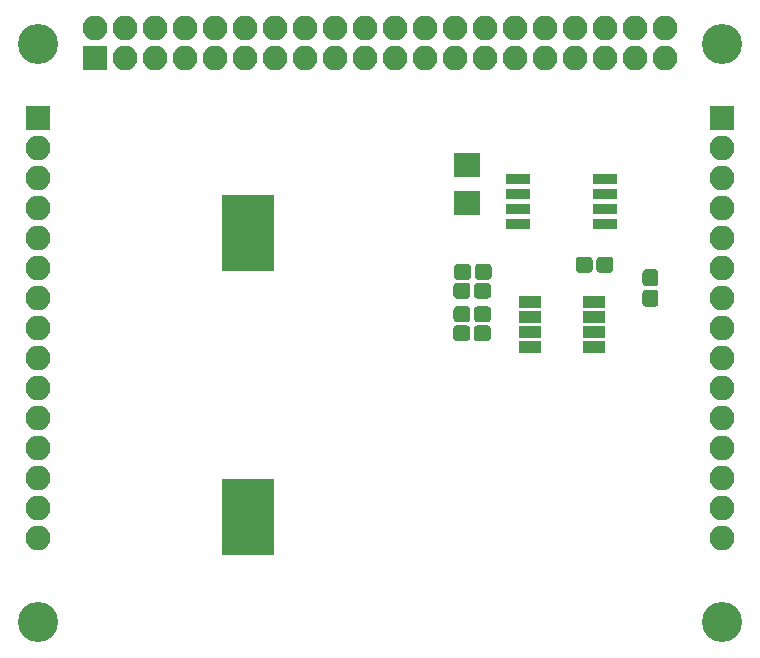
<source format=gbr>
G04 #@! TF.GenerationSoftware,KiCad,Pcbnew,(5.0.0-3-g5ebb6b6)*
G04 #@! TF.CreationDate,2019-05-19T23:31:11+02:00*
G04 #@! TF.ProjectId,RTC Board,52544320426F6172642E6B696361645F,rev?*
G04 #@! TF.SameCoordinates,Original*
G04 #@! TF.FileFunction,Soldermask,Top*
G04 #@! TF.FilePolarity,Negative*
%FSLAX46Y46*%
G04 Gerber Fmt 4.6, Leading zero omitted, Abs format (unit mm)*
G04 Created by KiCad (PCBNEW (5.0.0-3-g5ebb6b6)) date Sunday, 19 May 2019 at 23:31:11*
%MOMM*%
%LPD*%
G01*
G04 APERTURE LIST*
%ADD10C,3.400000*%
%ADD11R,2.100000X2.100000*%
%ADD12O,2.100000X2.100000*%
%ADD13C,0.100000*%
%ADD14C,1.350000*%
%ADD15R,2.150000X0.950000*%
%ADD16R,1.950000X1.000000*%
%ADD17R,2.200000X2.150000*%
%ADD18R,4.400000X6.400000*%
G04 APERTURE END LIST*
D10*
G04 #@! TO.C,REF\002A\002A*
X148100000Y-109950000D03*
G04 #@! TD*
G04 #@! TO.C,REF\002A\002A*
X90175000Y-109975000D03*
G04 #@! TD*
G04 #@! TO.C,REF\002A\002A*
X90175000Y-60975000D03*
G04 #@! TD*
D11*
G04 #@! TO.C,J6*
X94996000Y-62230000D03*
D12*
X94996000Y-59690000D03*
X97536000Y-62230000D03*
X97536000Y-59690000D03*
X100076000Y-62230000D03*
X100076000Y-59690000D03*
X102616000Y-62230000D03*
X102616000Y-59690000D03*
X105156000Y-62230000D03*
X105156000Y-59690000D03*
X107696000Y-62230000D03*
X107696000Y-59690000D03*
X110236000Y-62230000D03*
X110236000Y-59690000D03*
X112776000Y-62230000D03*
X112776000Y-59690000D03*
X115316000Y-62230000D03*
X115316000Y-59690000D03*
X117856000Y-62230000D03*
X117856000Y-59690000D03*
X120396000Y-62230000D03*
X120396000Y-59690000D03*
X122936000Y-62230000D03*
X122936000Y-59690000D03*
X125476000Y-62230000D03*
X125476000Y-59690000D03*
X128016000Y-62230000D03*
X128016000Y-59690000D03*
X130556000Y-62230000D03*
X130556000Y-59690000D03*
X133096000Y-62230000D03*
X133096000Y-59690000D03*
X135636000Y-62230000D03*
X135636000Y-59690000D03*
X138176000Y-62230000D03*
X138176000Y-59690000D03*
X140716000Y-62230000D03*
X140716000Y-59690000D03*
X143256000Y-62230000D03*
X143256000Y-59690000D03*
G04 #@! TD*
G04 #@! TO.C,J1*
X148082000Y-102870000D03*
X148082000Y-100330000D03*
X148082000Y-97790000D03*
X148082000Y-95250000D03*
X148082000Y-92710000D03*
X148082000Y-90170000D03*
X148082000Y-87630000D03*
X148082000Y-85090000D03*
X148082000Y-82550000D03*
X148082000Y-80010000D03*
X148082000Y-77470000D03*
X148082000Y-74930000D03*
X148082000Y-72390000D03*
X148082000Y-69850000D03*
D11*
X148082000Y-67310000D03*
G04 #@! TD*
G04 #@! TO.C,J7*
X90170000Y-67310000D03*
D12*
X90170000Y-69850000D03*
X90170000Y-72390000D03*
X90170000Y-74930000D03*
X90170000Y-77470000D03*
X90170000Y-80010000D03*
X90170000Y-82550000D03*
X90170000Y-85090000D03*
X90170000Y-87630000D03*
X90170000Y-90170000D03*
X90170000Y-92710000D03*
X90170000Y-95250000D03*
X90170000Y-97790000D03*
X90170000Y-100330000D03*
X90170000Y-102870000D03*
G04 #@! TD*
D13*
G04 #@! TO.C,R1*
G36*
X136820581Y-79026625D02*
X136853343Y-79031485D01*
X136885471Y-79039533D01*
X136916656Y-79050691D01*
X136946596Y-79064852D01*
X136975005Y-79081879D01*
X137001608Y-79101609D01*
X137026149Y-79123851D01*
X137048391Y-79148392D01*
X137068121Y-79174995D01*
X137085148Y-79203404D01*
X137099309Y-79233344D01*
X137110467Y-79264529D01*
X137118515Y-79296657D01*
X137123375Y-79329419D01*
X137125000Y-79362500D01*
X137125000Y-80037500D01*
X137123375Y-80070581D01*
X137118515Y-80103343D01*
X137110467Y-80135471D01*
X137099309Y-80166656D01*
X137085148Y-80196596D01*
X137068121Y-80225005D01*
X137048391Y-80251608D01*
X137026149Y-80276149D01*
X137001608Y-80298391D01*
X136975005Y-80318121D01*
X136946596Y-80335148D01*
X136916656Y-80349309D01*
X136885471Y-80360467D01*
X136853343Y-80368515D01*
X136820581Y-80373375D01*
X136787500Y-80375000D01*
X136012500Y-80375000D01*
X135979419Y-80373375D01*
X135946657Y-80368515D01*
X135914529Y-80360467D01*
X135883344Y-80349309D01*
X135853404Y-80335148D01*
X135824995Y-80318121D01*
X135798392Y-80298391D01*
X135773851Y-80276149D01*
X135751609Y-80251608D01*
X135731879Y-80225005D01*
X135714852Y-80196596D01*
X135700691Y-80166656D01*
X135689533Y-80135471D01*
X135681485Y-80103343D01*
X135676625Y-80070581D01*
X135675000Y-80037500D01*
X135675000Y-79362500D01*
X135676625Y-79329419D01*
X135681485Y-79296657D01*
X135689533Y-79264529D01*
X135700691Y-79233344D01*
X135714852Y-79203404D01*
X135731879Y-79174995D01*
X135751609Y-79148392D01*
X135773851Y-79123851D01*
X135798392Y-79101609D01*
X135824995Y-79081879D01*
X135853404Y-79064852D01*
X135883344Y-79050691D01*
X135914529Y-79039533D01*
X135946657Y-79031485D01*
X135979419Y-79026625D01*
X136012500Y-79025000D01*
X136787500Y-79025000D01*
X136820581Y-79026625D01*
X136820581Y-79026625D01*
G37*
D14*
X136400000Y-79700000D03*
D13*
G36*
X138570581Y-79026625D02*
X138603343Y-79031485D01*
X138635471Y-79039533D01*
X138666656Y-79050691D01*
X138696596Y-79064852D01*
X138725005Y-79081879D01*
X138751608Y-79101609D01*
X138776149Y-79123851D01*
X138798391Y-79148392D01*
X138818121Y-79174995D01*
X138835148Y-79203404D01*
X138849309Y-79233344D01*
X138860467Y-79264529D01*
X138868515Y-79296657D01*
X138873375Y-79329419D01*
X138875000Y-79362500D01*
X138875000Y-80037500D01*
X138873375Y-80070581D01*
X138868515Y-80103343D01*
X138860467Y-80135471D01*
X138849309Y-80166656D01*
X138835148Y-80196596D01*
X138818121Y-80225005D01*
X138798391Y-80251608D01*
X138776149Y-80276149D01*
X138751608Y-80298391D01*
X138725005Y-80318121D01*
X138696596Y-80335148D01*
X138666656Y-80349309D01*
X138635471Y-80360467D01*
X138603343Y-80368515D01*
X138570581Y-80373375D01*
X138537500Y-80375000D01*
X137762500Y-80375000D01*
X137729419Y-80373375D01*
X137696657Y-80368515D01*
X137664529Y-80360467D01*
X137633344Y-80349309D01*
X137603404Y-80335148D01*
X137574995Y-80318121D01*
X137548392Y-80298391D01*
X137523851Y-80276149D01*
X137501609Y-80251608D01*
X137481879Y-80225005D01*
X137464852Y-80196596D01*
X137450691Y-80166656D01*
X137439533Y-80135471D01*
X137431485Y-80103343D01*
X137426625Y-80070581D01*
X137425000Y-80037500D01*
X137425000Y-79362500D01*
X137426625Y-79329419D01*
X137431485Y-79296657D01*
X137439533Y-79264529D01*
X137450691Y-79233344D01*
X137464852Y-79203404D01*
X137481879Y-79174995D01*
X137501609Y-79148392D01*
X137523851Y-79123851D01*
X137548392Y-79101609D01*
X137574995Y-79081879D01*
X137603404Y-79064852D01*
X137633344Y-79050691D01*
X137664529Y-79039533D01*
X137696657Y-79031485D01*
X137729419Y-79026625D01*
X137762500Y-79025000D01*
X138537500Y-79025000D01*
X138570581Y-79026625D01*
X138570581Y-79026625D01*
G37*
D14*
X138150000Y-79700000D03*
G04 #@! TD*
D13*
G04 #@! TO.C,R2*
G36*
X142381981Y-80074025D02*
X142414743Y-80078885D01*
X142446871Y-80086933D01*
X142478056Y-80098091D01*
X142507996Y-80112252D01*
X142536405Y-80129279D01*
X142563008Y-80149009D01*
X142587549Y-80171251D01*
X142609791Y-80195792D01*
X142629521Y-80222395D01*
X142646548Y-80250804D01*
X142660709Y-80280744D01*
X142671867Y-80311929D01*
X142679915Y-80344057D01*
X142684775Y-80376819D01*
X142686400Y-80409900D01*
X142686400Y-81184900D01*
X142684775Y-81217981D01*
X142679915Y-81250743D01*
X142671867Y-81282871D01*
X142660709Y-81314056D01*
X142646548Y-81343996D01*
X142629521Y-81372405D01*
X142609791Y-81399008D01*
X142587549Y-81423549D01*
X142563008Y-81445791D01*
X142536405Y-81465521D01*
X142507996Y-81482548D01*
X142478056Y-81496709D01*
X142446871Y-81507867D01*
X142414743Y-81515915D01*
X142381981Y-81520775D01*
X142348900Y-81522400D01*
X141673900Y-81522400D01*
X141640819Y-81520775D01*
X141608057Y-81515915D01*
X141575929Y-81507867D01*
X141544744Y-81496709D01*
X141514804Y-81482548D01*
X141486395Y-81465521D01*
X141459792Y-81445791D01*
X141435251Y-81423549D01*
X141413009Y-81399008D01*
X141393279Y-81372405D01*
X141376252Y-81343996D01*
X141362091Y-81314056D01*
X141350933Y-81282871D01*
X141342885Y-81250743D01*
X141338025Y-81217981D01*
X141336400Y-81184900D01*
X141336400Y-80409900D01*
X141338025Y-80376819D01*
X141342885Y-80344057D01*
X141350933Y-80311929D01*
X141362091Y-80280744D01*
X141376252Y-80250804D01*
X141393279Y-80222395D01*
X141413009Y-80195792D01*
X141435251Y-80171251D01*
X141459792Y-80149009D01*
X141486395Y-80129279D01*
X141514804Y-80112252D01*
X141544744Y-80098091D01*
X141575929Y-80086933D01*
X141608057Y-80078885D01*
X141640819Y-80074025D01*
X141673900Y-80072400D01*
X142348900Y-80072400D01*
X142381981Y-80074025D01*
X142381981Y-80074025D01*
G37*
D14*
X142011400Y-80797400D03*
D13*
G36*
X142381981Y-81824025D02*
X142414743Y-81828885D01*
X142446871Y-81836933D01*
X142478056Y-81848091D01*
X142507996Y-81862252D01*
X142536405Y-81879279D01*
X142563008Y-81899009D01*
X142587549Y-81921251D01*
X142609791Y-81945792D01*
X142629521Y-81972395D01*
X142646548Y-82000804D01*
X142660709Y-82030744D01*
X142671867Y-82061929D01*
X142679915Y-82094057D01*
X142684775Y-82126819D01*
X142686400Y-82159900D01*
X142686400Y-82934900D01*
X142684775Y-82967981D01*
X142679915Y-83000743D01*
X142671867Y-83032871D01*
X142660709Y-83064056D01*
X142646548Y-83093996D01*
X142629521Y-83122405D01*
X142609791Y-83149008D01*
X142587549Y-83173549D01*
X142563008Y-83195791D01*
X142536405Y-83215521D01*
X142507996Y-83232548D01*
X142478056Y-83246709D01*
X142446871Y-83257867D01*
X142414743Y-83265915D01*
X142381981Y-83270775D01*
X142348900Y-83272400D01*
X141673900Y-83272400D01*
X141640819Y-83270775D01*
X141608057Y-83265915D01*
X141575929Y-83257867D01*
X141544744Y-83246709D01*
X141514804Y-83232548D01*
X141486395Y-83215521D01*
X141459792Y-83195791D01*
X141435251Y-83173549D01*
X141413009Y-83149008D01*
X141393279Y-83122405D01*
X141376252Y-83093996D01*
X141362091Y-83064056D01*
X141350933Y-83032871D01*
X141342885Y-83000743D01*
X141338025Y-82967981D01*
X141336400Y-82934900D01*
X141336400Y-82159900D01*
X141338025Y-82126819D01*
X141342885Y-82094057D01*
X141350933Y-82061929D01*
X141362091Y-82030744D01*
X141376252Y-82000804D01*
X141393279Y-81972395D01*
X141413009Y-81945792D01*
X141435251Y-81921251D01*
X141459792Y-81899009D01*
X141486395Y-81879279D01*
X141514804Y-81862252D01*
X141544744Y-81848091D01*
X141575929Y-81836933D01*
X141608057Y-81828885D01*
X141640819Y-81824025D01*
X141673900Y-81822400D01*
X142348900Y-81822400D01*
X142381981Y-81824025D01*
X142381981Y-81824025D01*
G37*
D14*
X142011400Y-82547400D03*
G04 #@! TD*
D15*
G04 #@! TO.C,U1*
X130793000Y-72440800D03*
X130793000Y-73710800D03*
X130793000Y-74980800D03*
X130793000Y-76250800D03*
X138193000Y-76250800D03*
X138193000Y-74980800D03*
X138193000Y-73710800D03*
X138193000Y-72440800D03*
G04 #@! TD*
D16*
G04 #@! TO.C,U2*
X131826000Y-82880200D03*
X131826000Y-84150200D03*
X131826000Y-85420200D03*
X131826000Y-86690200D03*
X137226000Y-86690200D03*
X137226000Y-85420200D03*
X137226000Y-84150200D03*
X137226000Y-82880200D03*
G04 #@! TD*
D17*
G04 #@! TO.C,Y1*
X126500000Y-71250000D03*
X126500000Y-74500000D03*
G04 #@! TD*
D18*
G04 #@! TO.C,BT1*
X107910000Y-101060000D03*
X107910000Y-77060000D03*
G04 #@! TD*
D13*
G04 #@! TO.C,R3*
G36*
X128195581Y-84826625D02*
X128228343Y-84831485D01*
X128260471Y-84839533D01*
X128291656Y-84850691D01*
X128321596Y-84864852D01*
X128350005Y-84881879D01*
X128376608Y-84901609D01*
X128401149Y-84923851D01*
X128423391Y-84948392D01*
X128443121Y-84974995D01*
X128460148Y-85003404D01*
X128474309Y-85033344D01*
X128485467Y-85064529D01*
X128493515Y-85096657D01*
X128498375Y-85129419D01*
X128500000Y-85162500D01*
X128500000Y-85837500D01*
X128498375Y-85870581D01*
X128493515Y-85903343D01*
X128485467Y-85935471D01*
X128474309Y-85966656D01*
X128460148Y-85996596D01*
X128443121Y-86025005D01*
X128423391Y-86051608D01*
X128401149Y-86076149D01*
X128376608Y-86098391D01*
X128350005Y-86118121D01*
X128321596Y-86135148D01*
X128291656Y-86149309D01*
X128260471Y-86160467D01*
X128228343Y-86168515D01*
X128195581Y-86173375D01*
X128162500Y-86175000D01*
X127387500Y-86175000D01*
X127354419Y-86173375D01*
X127321657Y-86168515D01*
X127289529Y-86160467D01*
X127258344Y-86149309D01*
X127228404Y-86135148D01*
X127199995Y-86118121D01*
X127173392Y-86098391D01*
X127148851Y-86076149D01*
X127126609Y-86051608D01*
X127106879Y-86025005D01*
X127089852Y-85996596D01*
X127075691Y-85966656D01*
X127064533Y-85935471D01*
X127056485Y-85903343D01*
X127051625Y-85870581D01*
X127050000Y-85837500D01*
X127050000Y-85162500D01*
X127051625Y-85129419D01*
X127056485Y-85096657D01*
X127064533Y-85064529D01*
X127075691Y-85033344D01*
X127089852Y-85003404D01*
X127106879Y-84974995D01*
X127126609Y-84948392D01*
X127148851Y-84923851D01*
X127173392Y-84901609D01*
X127199995Y-84881879D01*
X127228404Y-84864852D01*
X127258344Y-84850691D01*
X127289529Y-84839533D01*
X127321657Y-84831485D01*
X127354419Y-84826625D01*
X127387500Y-84825000D01*
X128162500Y-84825000D01*
X128195581Y-84826625D01*
X128195581Y-84826625D01*
G37*
D14*
X127775000Y-85500000D03*
D13*
G36*
X126445581Y-84826625D02*
X126478343Y-84831485D01*
X126510471Y-84839533D01*
X126541656Y-84850691D01*
X126571596Y-84864852D01*
X126600005Y-84881879D01*
X126626608Y-84901609D01*
X126651149Y-84923851D01*
X126673391Y-84948392D01*
X126693121Y-84974995D01*
X126710148Y-85003404D01*
X126724309Y-85033344D01*
X126735467Y-85064529D01*
X126743515Y-85096657D01*
X126748375Y-85129419D01*
X126750000Y-85162500D01*
X126750000Y-85837500D01*
X126748375Y-85870581D01*
X126743515Y-85903343D01*
X126735467Y-85935471D01*
X126724309Y-85966656D01*
X126710148Y-85996596D01*
X126693121Y-86025005D01*
X126673391Y-86051608D01*
X126651149Y-86076149D01*
X126626608Y-86098391D01*
X126600005Y-86118121D01*
X126571596Y-86135148D01*
X126541656Y-86149309D01*
X126510471Y-86160467D01*
X126478343Y-86168515D01*
X126445581Y-86173375D01*
X126412500Y-86175000D01*
X125637500Y-86175000D01*
X125604419Y-86173375D01*
X125571657Y-86168515D01*
X125539529Y-86160467D01*
X125508344Y-86149309D01*
X125478404Y-86135148D01*
X125449995Y-86118121D01*
X125423392Y-86098391D01*
X125398851Y-86076149D01*
X125376609Y-86051608D01*
X125356879Y-86025005D01*
X125339852Y-85996596D01*
X125325691Y-85966656D01*
X125314533Y-85935471D01*
X125306485Y-85903343D01*
X125301625Y-85870581D01*
X125300000Y-85837500D01*
X125300000Y-85162500D01*
X125301625Y-85129419D01*
X125306485Y-85096657D01*
X125314533Y-85064529D01*
X125325691Y-85033344D01*
X125339852Y-85003404D01*
X125356879Y-84974995D01*
X125376609Y-84948392D01*
X125398851Y-84923851D01*
X125423392Y-84901609D01*
X125449995Y-84881879D01*
X125478404Y-84864852D01*
X125508344Y-84850691D01*
X125539529Y-84839533D01*
X125571657Y-84831485D01*
X125604419Y-84826625D01*
X125637500Y-84825000D01*
X126412500Y-84825000D01*
X126445581Y-84826625D01*
X126445581Y-84826625D01*
G37*
D14*
X126025000Y-85500000D03*
G04 #@! TD*
D13*
G04 #@! TO.C,R4*
G36*
X126470581Y-83226625D02*
X126503343Y-83231485D01*
X126535471Y-83239533D01*
X126566656Y-83250691D01*
X126596596Y-83264852D01*
X126625005Y-83281879D01*
X126651608Y-83301609D01*
X126676149Y-83323851D01*
X126698391Y-83348392D01*
X126718121Y-83374995D01*
X126735148Y-83403404D01*
X126749309Y-83433344D01*
X126760467Y-83464529D01*
X126768515Y-83496657D01*
X126773375Y-83529419D01*
X126775000Y-83562500D01*
X126775000Y-84237500D01*
X126773375Y-84270581D01*
X126768515Y-84303343D01*
X126760467Y-84335471D01*
X126749309Y-84366656D01*
X126735148Y-84396596D01*
X126718121Y-84425005D01*
X126698391Y-84451608D01*
X126676149Y-84476149D01*
X126651608Y-84498391D01*
X126625005Y-84518121D01*
X126596596Y-84535148D01*
X126566656Y-84549309D01*
X126535471Y-84560467D01*
X126503343Y-84568515D01*
X126470581Y-84573375D01*
X126437500Y-84575000D01*
X125662500Y-84575000D01*
X125629419Y-84573375D01*
X125596657Y-84568515D01*
X125564529Y-84560467D01*
X125533344Y-84549309D01*
X125503404Y-84535148D01*
X125474995Y-84518121D01*
X125448392Y-84498391D01*
X125423851Y-84476149D01*
X125401609Y-84451608D01*
X125381879Y-84425005D01*
X125364852Y-84396596D01*
X125350691Y-84366656D01*
X125339533Y-84335471D01*
X125331485Y-84303343D01*
X125326625Y-84270581D01*
X125325000Y-84237500D01*
X125325000Y-83562500D01*
X125326625Y-83529419D01*
X125331485Y-83496657D01*
X125339533Y-83464529D01*
X125350691Y-83433344D01*
X125364852Y-83403404D01*
X125381879Y-83374995D01*
X125401609Y-83348392D01*
X125423851Y-83323851D01*
X125448392Y-83301609D01*
X125474995Y-83281879D01*
X125503404Y-83264852D01*
X125533344Y-83250691D01*
X125564529Y-83239533D01*
X125596657Y-83231485D01*
X125629419Y-83226625D01*
X125662500Y-83225000D01*
X126437500Y-83225000D01*
X126470581Y-83226625D01*
X126470581Y-83226625D01*
G37*
D14*
X126050000Y-83900000D03*
D13*
G36*
X128220581Y-83226625D02*
X128253343Y-83231485D01*
X128285471Y-83239533D01*
X128316656Y-83250691D01*
X128346596Y-83264852D01*
X128375005Y-83281879D01*
X128401608Y-83301609D01*
X128426149Y-83323851D01*
X128448391Y-83348392D01*
X128468121Y-83374995D01*
X128485148Y-83403404D01*
X128499309Y-83433344D01*
X128510467Y-83464529D01*
X128518515Y-83496657D01*
X128523375Y-83529419D01*
X128525000Y-83562500D01*
X128525000Y-84237500D01*
X128523375Y-84270581D01*
X128518515Y-84303343D01*
X128510467Y-84335471D01*
X128499309Y-84366656D01*
X128485148Y-84396596D01*
X128468121Y-84425005D01*
X128448391Y-84451608D01*
X128426149Y-84476149D01*
X128401608Y-84498391D01*
X128375005Y-84518121D01*
X128346596Y-84535148D01*
X128316656Y-84549309D01*
X128285471Y-84560467D01*
X128253343Y-84568515D01*
X128220581Y-84573375D01*
X128187500Y-84575000D01*
X127412500Y-84575000D01*
X127379419Y-84573375D01*
X127346657Y-84568515D01*
X127314529Y-84560467D01*
X127283344Y-84549309D01*
X127253404Y-84535148D01*
X127224995Y-84518121D01*
X127198392Y-84498391D01*
X127173851Y-84476149D01*
X127151609Y-84451608D01*
X127131879Y-84425005D01*
X127114852Y-84396596D01*
X127100691Y-84366656D01*
X127089533Y-84335471D01*
X127081485Y-84303343D01*
X127076625Y-84270581D01*
X127075000Y-84237500D01*
X127075000Y-83562500D01*
X127076625Y-83529419D01*
X127081485Y-83496657D01*
X127089533Y-83464529D01*
X127100691Y-83433344D01*
X127114852Y-83403404D01*
X127131879Y-83374995D01*
X127151609Y-83348392D01*
X127173851Y-83323851D01*
X127198392Y-83301609D01*
X127224995Y-83281879D01*
X127253404Y-83264852D01*
X127283344Y-83250691D01*
X127314529Y-83239533D01*
X127346657Y-83231485D01*
X127379419Y-83226625D01*
X127412500Y-83225000D01*
X128187500Y-83225000D01*
X128220581Y-83226625D01*
X128220581Y-83226625D01*
G37*
D14*
X127800000Y-83900000D03*
G04 #@! TD*
D13*
G04 #@! TO.C,R5*
G36*
X128270581Y-79626625D02*
X128303343Y-79631485D01*
X128335471Y-79639533D01*
X128366656Y-79650691D01*
X128396596Y-79664852D01*
X128425005Y-79681879D01*
X128451608Y-79701609D01*
X128476149Y-79723851D01*
X128498391Y-79748392D01*
X128518121Y-79774995D01*
X128535148Y-79803404D01*
X128549309Y-79833344D01*
X128560467Y-79864529D01*
X128568515Y-79896657D01*
X128573375Y-79929419D01*
X128575000Y-79962500D01*
X128575000Y-80637500D01*
X128573375Y-80670581D01*
X128568515Y-80703343D01*
X128560467Y-80735471D01*
X128549309Y-80766656D01*
X128535148Y-80796596D01*
X128518121Y-80825005D01*
X128498391Y-80851608D01*
X128476149Y-80876149D01*
X128451608Y-80898391D01*
X128425005Y-80918121D01*
X128396596Y-80935148D01*
X128366656Y-80949309D01*
X128335471Y-80960467D01*
X128303343Y-80968515D01*
X128270581Y-80973375D01*
X128237500Y-80975000D01*
X127462500Y-80975000D01*
X127429419Y-80973375D01*
X127396657Y-80968515D01*
X127364529Y-80960467D01*
X127333344Y-80949309D01*
X127303404Y-80935148D01*
X127274995Y-80918121D01*
X127248392Y-80898391D01*
X127223851Y-80876149D01*
X127201609Y-80851608D01*
X127181879Y-80825005D01*
X127164852Y-80796596D01*
X127150691Y-80766656D01*
X127139533Y-80735471D01*
X127131485Y-80703343D01*
X127126625Y-80670581D01*
X127125000Y-80637500D01*
X127125000Y-79962500D01*
X127126625Y-79929419D01*
X127131485Y-79896657D01*
X127139533Y-79864529D01*
X127150691Y-79833344D01*
X127164852Y-79803404D01*
X127181879Y-79774995D01*
X127201609Y-79748392D01*
X127223851Y-79723851D01*
X127248392Y-79701609D01*
X127274995Y-79681879D01*
X127303404Y-79664852D01*
X127333344Y-79650691D01*
X127364529Y-79639533D01*
X127396657Y-79631485D01*
X127429419Y-79626625D01*
X127462500Y-79625000D01*
X128237500Y-79625000D01*
X128270581Y-79626625D01*
X128270581Y-79626625D01*
G37*
D14*
X127850000Y-80300000D03*
D13*
G36*
X126520581Y-79626625D02*
X126553343Y-79631485D01*
X126585471Y-79639533D01*
X126616656Y-79650691D01*
X126646596Y-79664852D01*
X126675005Y-79681879D01*
X126701608Y-79701609D01*
X126726149Y-79723851D01*
X126748391Y-79748392D01*
X126768121Y-79774995D01*
X126785148Y-79803404D01*
X126799309Y-79833344D01*
X126810467Y-79864529D01*
X126818515Y-79896657D01*
X126823375Y-79929419D01*
X126825000Y-79962500D01*
X126825000Y-80637500D01*
X126823375Y-80670581D01*
X126818515Y-80703343D01*
X126810467Y-80735471D01*
X126799309Y-80766656D01*
X126785148Y-80796596D01*
X126768121Y-80825005D01*
X126748391Y-80851608D01*
X126726149Y-80876149D01*
X126701608Y-80898391D01*
X126675005Y-80918121D01*
X126646596Y-80935148D01*
X126616656Y-80949309D01*
X126585471Y-80960467D01*
X126553343Y-80968515D01*
X126520581Y-80973375D01*
X126487500Y-80975000D01*
X125712500Y-80975000D01*
X125679419Y-80973375D01*
X125646657Y-80968515D01*
X125614529Y-80960467D01*
X125583344Y-80949309D01*
X125553404Y-80935148D01*
X125524995Y-80918121D01*
X125498392Y-80898391D01*
X125473851Y-80876149D01*
X125451609Y-80851608D01*
X125431879Y-80825005D01*
X125414852Y-80796596D01*
X125400691Y-80766656D01*
X125389533Y-80735471D01*
X125381485Y-80703343D01*
X125376625Y-80670581D01*
X125375000Y-80637500D01*
X125375000Y-79962500D01*
X125376625Y-79929419D01*
X125381485Y-79896657D01*
X125389533Y-79864529D01*
X125400691Y-79833344D01*
X125414852Y-79803404D01*
X125431879Y-79774995D01*
X125451609Y-79748392D01*
X125473851Y-79723851D01*
X125498392Y-79701609D01*
X125524995Y-79681879D01*
X125553404Y-79664852D01*
X125583344Y-79650691D01*
X125614529Y-79639533D01*
X125646657Y-79631485D01*
X125679419Y-79626625D01*
X125712500Y-79625000D01*
X126487500Y-79625000D01*
X126520581Y-79626625D01*
X126520581Y-79626625D01*
G37*
D14*
X126100000Y-80300000D03*
G04 #@! TD*
D13*
G04 #@! TO.C,R6*
G36*
X126470581Y-81226625D02*
X126503343Y-81231485D01*
X126535471Y-81239533D01*
X126566656Y-81250691D01*
X126596596Y-81264852D01*
X126625005Y-81281879D01*
X126651608Y-81301609D01*
X126676149Y-81323851D01*
X126698391Y-81348392D01*
X126718121Y-81374995D01*
X126735148Y-81403404D01*
X126749309Y-81433344D01*
X126760467Y-81464529D01*
X126768515Y-81496657D01*
X126773375Y-81529419D01*
X126775000Y-81562500D01*
X126775000Y-82237500D01*
X126773375Y-82270581D01*
X126768515Y-82303343D01*
X126760467Y-82335471D01*
X126749309Y-82366656D01*
X126735148Y-82396596D01*
X126718121Y-82425005D01*
X126698391Y-82451608D01*
X126676149Y-82476149D01*
X126651608Y-82498391D01*
X126625005Y-82518121D01*
X126596596Y-82535148D01*
X126566656Y-82549309D01*
X126535471Y-82560467D01*
X126503343Y-82568515D01*
X126470581Y-82573375D01*
X126437500Y-82575000D01*
X125662500Y-82575000D01*
X125629419Y-82573375D01*
X125596657Y-82568515D01*
X125564529Y-82560467D01*
X125533344Y-82549309D01*
X125503404Y-82535148D01*
X125474995Y-82518121D01*
X125448392Y-82498391D01*
X125423851Y-82476149D01*
X125401609Y-82451608D01*
X125381879Y-82425005D01*
X125364852Y-82396596D01*
X125350691Y-82366656D01*
X125339533Y-82335471D01*
X125331485Y-82303343D01*
X125326625Y-82270581D01*
X125325000Y-82237500D01*
X125325000Y-81562500D01*
X125326625Y-81529419D01*
X125331485Y-81496657D01*
X125339533Y-81464529D01*
X125350691Y-81433344D01*
X125364852Y-81403404D01*
X125381879Y-81374995D01*
X125401609Y-81348392D01*
X125423851Y-81323851D01*
X125448392Y-81301609D01*
X125474995Y-81281879D01*
X125503404Y-81264852D01*
X125533344Y-81250691D01*
X125564529Y-81239533D01*
X125596657Y-81231485D01*
X125629419Y-81226625D01*
X125662500Y-81225000D01*
X126437500Y-81225000D01*
X126470581Y-81226625D01*
X126470581Y-81226625D01*
G37*
D14*
X126050000Y-81900000D03*
D13*
G36*
X128220581Y-81226625D02*
X128253343Y-81231485D01*
X128285471Y-81239533D01*
X128316656Y-81250691D01*
X128346596Y-81264852D01*
X128375005Y-81281879D01*
X128401608Y-81301609D01*
X128426149Y-81323851D01*
X128448391Y-81348392D01*
X128468121Y-81374995D01*
X128485148Y-81403404D01*
X128499309Y-81433344D01*
X128510467Y-81464529D01*
X128518515Y-81496657D01*
X128523375Y-81529419D01*
X128525000Y-81562500D01*
X128525000Y-82237500D01*
X128523375Y-82270581D01*
X128518515Y-82303343D01*
X128510467Y-82335471D01*
X128499309Y-82366656D01*
X128485148Y-82396596D01*
X128468121Y-82425005D01*
X128448391Y-82451608D01*
X128426149Y-82476149D01*
X128401608Y-82498391D01*
X128375005Y-82518121D01*
X128346596Y-82535148D01*
X128316656Y-82549309D01*
X128285471Y-82560467D01*
X128253343Y-82568515D01*
X128220581Y-82573375D01*
X128187500Y-82575000D01*
X127412500Y-82575000D01*
X127379419Y-82573375D01*
X127346657Y-82568515D01*
X127314529Y-82560467D01*
X127283344Y-82549309D01*
X127253404Y-82535148D01*
X127224995Y-82518121D01*
X127198392Y-82498391D01*
X127173851Y-82476149D01*
X127151609Y-82451608D01*
X127131879Y-82425005D01*
X127114852Y-82396596D01*
X127100691Y-82366656D01*
X127089533Y-82335471D01*
X127081485Y-82303343D01*
X127076625Y-82270581D01*
X127075000Y-82237500D01*
X127075000Y-81562500D01*
X127076625Y-81529419D01*
X127081485Y-81496657D01*
X127089533Y-81464529D01*
X127100691Y-81433344D01*
X127114852Y-81403404D01*
X127131879Y-81374995D01*
X127151609Y-81348392D01*
X127173851Y-81323851D01*
X127198392Y-81301609D01*
X127224995Y-81281879D01*
X127253404Y-81264852D01*
X127283344Y-81250691D01*
X127314529Y-81239533D01*
X127346657Y-81231485D01*
X127379419Y-81226625D01*
X127412500Y-81225000D01*
X128187500Y-81225000D01*
X128220581Y-81226625D01*
X128220581Y-81226625D01*
G37*
D14*
X127800000Y-81900000D03*
G04 #@! TD*
D10*
G04 #@! TO.C,REF\002A\002A*
X148100000Y-60975000D03*
G04 #@! TD*
M02*

</source>
